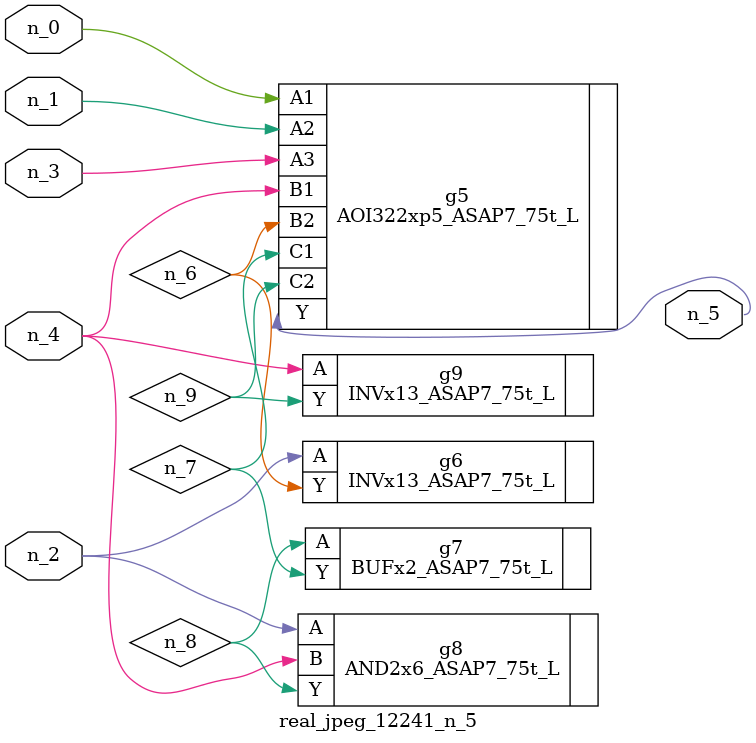
<source format=v>
module real_jpeg_12241_n_5 (n_4, n_0, n_1, n_2, n_3, n_5);

input n_4;
input n_0;
input n_1;
input n_2;
input n_3;

output n_5;

wire n_8;
wire n_6;
wire n_7;
wire n_9;

AOI322xp5_ASAP7_75t_L g5 ( 
.A1(n_0),
.A2(n_1),
.A3(n_3),
.B1(n_4),
.B2(n_6),
.C1(n_7),
.C2(n_9),
.Y(n_5)
);

INVx13_ASAP7_75t_L g6 ( 
.A(n_2),
.Y(n_6)
);

AND2x6_ASAP7_75t_L g8 ( 
.A(n_2),
.B(n_4),
.Y(n_8)
);

INVx13_ASAP7_75t_L g9 ( 
.A(n_4),
.Y(n_9)
);

BUFx2_ASAP7_75t_L g7 ( 
.A(n_8),
.Y(n_7)
);


endmodule
</source>
